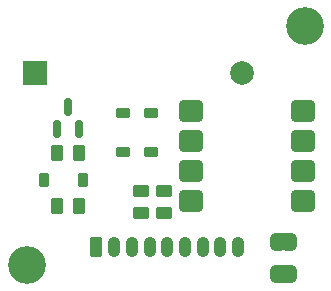
<source format=gbr>
%TF.GenerationSoftware,KiCad,Pcbnew,9.0.3*%
%TF.CreationDate,2025-07-22T15:46:12+03:00*%
%TF.ProjectId,buzzer_door_detect_board,62757a7a-6572-45f6-946f-6f725f646574,rev?*%
%TF.SameCoordinates,Original*%
%TF.FileFunction,Soldermask,Top*%
%TF.FilePolarity,Negative*%
%FSLAX46Y46*%
G04 Gerber Fmt 4.6, Leading zero omitted, Abs format (unit mm)*
G04 Created by KiCad (PCBNEW 9.0.3) date 2025-07-22 15:46:12*
%MOMM*%
%LPD*%
G01*
G04 APERTURE LIST*
G04 Aperture macros list*
%AMRoundRect*
0 Rectangle with rounded corners*
0 $1 Rounding radius*
0 $2 $3 $4 $5 $6 $7 $8 $9 X,Y pos of 4 corners*
0 Add a 4 corners polygon primitive as box body*
4,1,4,$2,$3,$4,$5,$6,$7,$8,$9,$2,$3,0*
0 Add four circle primitives for the rounded corners*
1,1,$1+$1,$2,$3*
1,1,$1+$1,$4,$5*
1,1,$1+$1,$6,$7*
1,1,$1+$1,$8,$9*
0 Add four rect primitives between the rounded corners*
20,1,$1+$1,$2,$3,$4,$5,0*
20,1,$1+$1,$4,$5,$6,$7,0*
20,1,$1+$1,$6,$7,$8,$9,0*
20,1,$1+$1,$8,$9,$2,$3,0*%
%AMFreePoly0*
4,1,23,0.500000,-0.750000,0.000000,-0.750000,0.000000,-0.745722,-0.065263,-0.745722,-0.191342,-0.711940,-0.304381,-0.646677,-0.396677,-0.554381,-0.461940,-0.441342,-0.495722,-0.315263,-0.495722,-0.250000,-0.500000,-0.250000,-0.500000,0.250000,-0.495722,0.250000,-0.495722,0.315263,-0.461940,0.441342,-0.396677,0.554381,-0.304381,0.646677,-0.191342,0.711940,-0.065263,0.745722,0.000000,0.745722,
0.000000,0.750000,0.500000,0.750000,0.500000,-0.750000,0.500000,-0.750000,$1*%
%AMFreePoly1*
4,1,23,0.000000,0.745722,0.065263,0.745722,0.191342,0.711940,0.304381,0.646677,0.396677,0.554381,0.461940,0.441342,0.495722,0.315263,0.495722,0.250000,0.500000,0.250000,0.500000,-0.250000,0.495722,-0.250000,0.495722,-0.315263,0.461940,-0.441342,0.396677,-0.554381,0.304381,-0.646677,0.191342,-0.711940,0.065263,-0.745722,0.000000,-0.745722,0.000000,-0.750000,-0.500000,-0.750000,
-0.500000,0.750000,0.000000,0.750000,0.000000,0.745722,0.000000,0.745722,$1*%
G04 Aperture macros list end*
%ADD10RoundRect,0.250000X0.262500X0.450000X-0.262500X0.450000X-0.262500X-0.450000X0.262500X-0.450000X0*%
%ADD11FreePoly0,0.000000*%
%ADD12FreePoly1,0.000000*%
%ADD13C,3.200000*%
%ADD14RoundRect,0.225000X0.375000X-0.225000X0.375000X0.225000X-0.375000X0.225000X-0.375000X-0.225000X0*%
%ADD15RoundRect,0.150000X0.150000X-0.587500X0.150000X0.587500X-0.150000X0.587500X-0.150000X-0.587500X0*%
%ADD16RoundRect,0.250000X-0.450000X0.262500X-0.450000X-0.262500X0.450000X-0.262500X0.450000X0.262500X0*%
%ADD17RoundRect,0.249999X-0.750001X-0.640001X0.750001X-0.640001X0.750001X0.640001X-0.750001X0.640001X0*%
%ADD18RoundRect,0.250000X-0.262500X-0.450000X0.262500X-0.450000X0.262500X0.450000X-0.262500X0.450000X0*%
%ADD19RoundRect,0.225000X-0.225000X-0.375000X0.225000X-0.375000X0.225000X0.375000X-0.225000X0.375000X0*%
%ADD20R,2.000000X2.000000*%
%ADD21C,2.000000*%
%ADD22RoundRect,0.250000X-0.265000X-0.615000X0.265000X-0.615000X0.265000X0.615000X-0.265000X0.615000X0*%
%ADD23O,1.030000X1.730000*%
G04 APERTURE END LIST*
%TO.C,JP1*%
G36*
X64700000Y-72500000D02*
G01*
X65000000Y-72500000D01*
X65000000Y-74000000D01*
X64700000Y-74000000D01*
X64700000Y-72500000D01*
G37*
%TO.C,JP2*%
G36*
X64700000Y-75250000D02*
G01*
X65000000Y-75250000D01*
X65000000Y-76750000D01*
X64700000Y-76750000D01*
X64700000Y-75250000D01*
G37*
%TD*%
D10*
%TO.C,R1*%
X47527500Y-70250000D03*
X45702500Y-70250000D03*
%TD*%
D11*
%TO.C,JP1*%
X64200000Y-73250000D03*
D12*
X65500000Y-73250000D03*
%TD*%
D13*
%TO.C,H2*%
X43110000Y-75250000D03*
%TD*%
%TO.C,H1*%
X66640000Y-55000000D03*
%TD*%
D14*
%TO.C,D3*%
X53642500Y-65650000D03*
X53642500Y-62350000D03*
%TD*%
%TO.C,D2*%
X51250000Y-65650000D03*
X51250000Y-62350000D03*
%TD*%
D15*
%TO.C,Q2*%
X45645000Y-63735043D03*
X47545000Y-63735043D03*
X46595000Y-61860043D03*
%TD*%
D16*
%TO.C,R6*%
X54750000Y-69007500D03*
X54750000Y-70832500D03*
%TD*%
%TO.C,R5*%
X52750000Y-68997500D03*
X52750000Y-70822500D03*
%TD*%
D17*
%TO.C,U1*%
X56985000Y-62190000D03*
X56985000Y-64730000D03*
X56985000Y-67270000D03*
X56985000Y-69810000D03*
X66515000Y-69810000D03*
X66515000Y-67270000D03*
X66515000Y-64730000D03*
X66515000Y-62190000D03*
%TD*%
D18*
%TO.C,R2*%
X45702500Y-65735043D03*
X47527500Y-65735043D03*
%TD*%
D19*
%TO.C,D1*%
X44600000Y-68000000D03*
X47900000Y-68000000D03*
%TD*%
D11*
%TO.C,JP2*%
X64200000Y-76000000D03*
D12*
X65500000Y-76000000D03*
%TD*%
D20*
%TO.C,BZ1*%
X43790000Y-58970000D03*
D21*
X61290000Y-58970000D03*
%TD*%
D22*
%TO.C,J10*%
X49000000Y-73750000D03*
D23*
X50500000Y-73750000D03*
X52000000Y-73750000D03*
X53500000Y-73750000D03*
X55000000Y-73750000D03*
X56500000Y-73750000D03*
X58000000Y-73750000D03*
X59500000Y-73750000D03*
X61000000Y-73750000D03*
%TD*%
M02*

</source>
